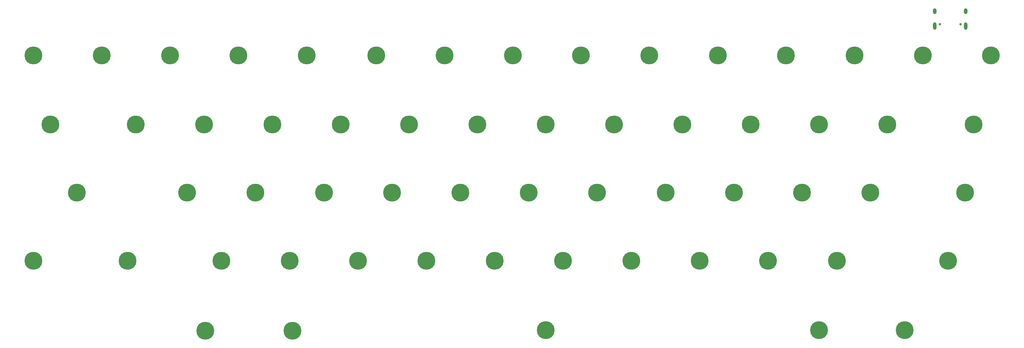
<source format=gbr>
%TF.GenerationSoftware,KiCad,Pcbnew,8.0.7*%
%TF.CreationDate,2025-01-14T15:22:23-06:00*%
%TF.ProjectId,boethia60,626f6574-6869-4613-9630-2e6b69636164,rev?*%
%TF.SameCoordinates,Original*%
%TF.FileFunction,Soldermask,Bot*%
%TF.FilePolarity,Negative*%
%FSLAX46Y46*%
G04 Gerber Fmt 4.6, Leading zero omitted, Abs format (unit mm)*
G04 Created by KiCad (PCBNEW 8.0.7) date 2025-01-14 15:22:23*
%MOMM*%
%LPD*%
G01*
G04 APERTURE LIST*
%ADD10C,5.000000*%
%ADD11C,0.650000*%
%ADD12O,1.000000X2.100000*%
%ADD13O,1.000000X1.600000*%
G04 APERTURE END LIST*
D10*
%TO.C,SW44*%
X261381250Y-81350000D03*
%TD*%
%TO.C,SW43*%
X18493750Y-62300000D03*
%TD*%
%TO.C,SW35*%
X182636000Y-62290000D03*
%TD*%
%TO.C,SW32*%
X239712500Y-62300000D03*
%TD*%
%TO.C,SW53*%
X77787500Y-81350000D03*
%TD*%
%TO.C,SW4*%
X235265000Y-23951250D03*
%TD*%
%TO.C,SW47*%
X192087500Y-81350000D03*
%TD*%
%TO.C,SW6*%
X197165000Y-23951250D03*
%TD*%
%TO.C,SW45*%
X230425000Y-81350000D03*
%TD*%
%TO.C,SW36*%
X163512500Y-62312500D03*
%TD*%
%TO.C,SW10*%
X120965000Y-23951250D03*
%TD*%
%TO.C,SW7*%
X178037500Y-23951250D03*
%TD*%
%TO.C,SW9*%
X140015000Y-23951250D03*
%TD*%
%TO.C,SW15*%
X25400000Y-23951250D03*
%TD*%
%TO.C,SW14*%
X44450000Y-23951250D03*
%TD*%
%TO.C,SW24*%
X130175000Y-43250000D03*
%TD*%
%TO.C,SW50*%
X134937500Y-81350000D03*
%TD*%
%TO.C,SW5*%
X216137500Y-23951250D03*
%TD*%
%TO.C,SW21*%
X187325000Y-43250000D03*
%TD*%
%TO.C,SW20*%
X206375000Y-43250000D03*
%TD*%
%TO.C,SW34*%
X201682500Y-62312500D03*
%TD*%
%TO.C,SW16*%
X6350000Y-23951250D03*
%TD*%
%TO.C,SW2*%
X273287500Y-23951250D03*
%TD*%
%TO.C,SW40*%
X87382500Y-62312500D03*
%TD*%
%TO.C,SW3*%
X254315000Y-23951250D03*
%TD*%
%TO.C,SW28*%
X53975000Y-43250000D03*
%TD*%
%TO.C,SW39*%
X106362500Y-62312500D03*
%TD*%
%TO.C,SW25*%
X111125000Y-43250000D03*
%TD*%
%TO.C,SW22*%
X168275000Y-43250000D03*
%TD*%
%TO.C,SW54*%
X58737500Y-81350000D03*
%TD*%
%TO.C,SW29*%
X34925000Y-43250000D03*
%TD*%
%TO.C,SW46*%
X211137500Y-81350000D03*
%TD*%
%TO.C,SW23*%
X149225000Y-43250000D03*
%TD*%
%TO.C,SW37*%
X144462500Y-62312500D03*
%TD*%
%TO.C,SW12*%
X82550000Y-23951250D03*
%TD*%
%TO.C,SW26*%
X92075000Y-43250000D03*
%TD*%
%TO.C,SW61*%
X54290000Y-100945000D03*
%TD*%
%TO.C,SW52*%
X96837500Y-81350000D03*
%TD*%
%TO.C,SW41*%
X68262500Y-62312500D03*
%TD*%
%TO.C,SW27*%
X73025000Y-43250000D03*
%TD*%
%TO.C,SW56*%
X6350000Y-81362500D03*
%TD*%
%TO.C,SW59*%
X149225000Y-100806250D03*
%TD*%
%TO.C,SW11*%
X101915000Y-23951250D03*
%TD*%
%TO.C,SW57*%
X249237500Y-100806250D03*
%TD*%
%TO.C,SW42*%
X49212500Y-62312500D03*
%TD*%
%TO.C,SW13*%
X63500000Y-23951250D03*
%TD*%
%TO.C,SW8*%
X158987500Y-23951250D03*
%TD*%
%TO.C,SW51*%
X115887500Y-81350000D03*
%TD*%
%TO.C,SW19*%
X225425000Y-43250000D03*
%TD*%
%TO.C,SW38*%
X125412500Y-62312500D03*
%TD*%
%TO.C,SW49*%
X153987500Y-81350000D03*
%TD*%
%TO.C,SW48*%
X173037500Y-81350000D03*
%TD*%
%TO.C,SW33*%
X220662500Y-62300000D03*
%TD*%
%TO.C,SW18*%
X244475000Y-43250000D03*
%TD*%
%TO.C,SW58*%
X225425000Y-100806250D03*
%TD*%
%TO.C,SW31*%
X266143750Y-62300000D03*
%TD*%
D11*
%TO.C,USB1*%
X264891000Y-15254000D03*
X259111000Y-15254000D03*
D12*
X266321000Y-15784000D03*
D13*
X266321000Y-11604000D03*
D12*
X257681000Y-15784000D03*
D13*
X257681000Y-11604000D03*
%TD*%
D10*
%TO.C,SW17*%
X268525000Y-43250000D03*
%TD*%
%TO.C,SW60*%
X78581250Y-100945000D03*
%TD*%
%TO.C,SW55*%
X32613750Y-81362500D03*
%TD*%
%TO.C,SW30*%
X11112500Y-43250000D03*
%TD*%
M02*

</source>
